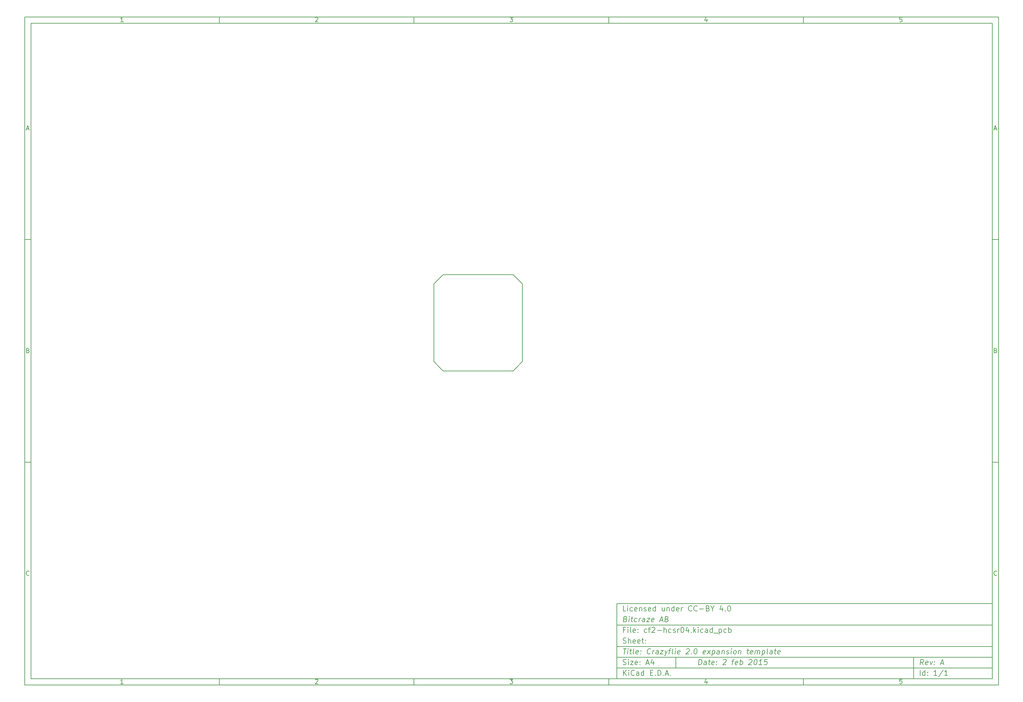
<source format=gbr>
G04 (created by PCBNEW (2013-may-18)-stable) date Mon 02 Feb 2015 22:45:10 CET*
%MOIN*%
G04 Gerber Fmt 3.4, Leading zero omitted, Abs format*
%FSLAX34Y34*%
G01*
G70*
G90*
G04 APERTURE LIST*
%ADD10C,0.00590551*%
G04 APERTURE END LIST*
G54D10*
X4000Y-4000D02*
X112930Y-4000D01*
X112930Y-78680D01*
X4000Y-78680D01*
X4000Y-4000D01*
X4700Y-4700D02*
X112230Y-4700D01*
X112230Y-77980D01*
X4700Y-77980D01*
X4700Y-4700D01*
X25780Y-4000D02*
X25780Y-4700D01*
X15032Y-4552D02*
X14747Y-4552D01*
X14890Y-4552D02*
X14890Y-4052D01*
X14842Y-4123D01*
X14794Y-4171D01*
X14747Y-4195D01*
X25780Y-78680D02*
X25780Y-77980D01*
X15032Y-78532D02*
X14747Y-78532D01*
X14890Y-78532D02*
X14890Y-78032D01*
X14842Y-78103D01*
X14794Y-78151D01*
X14747Y-78175D01*
X47560Y-4000D02*
X47560Y-4700D01*
X36527Y-4100D02*
X36550Y-4076D01*
X36598Y-4052D01*
X36717Y-4052D01*
X36765Y-4076D01*
X36789Y-4100D01*
X36812Y-4147D01*
X36812Y-4195D01*
X36789Y-4266D01*
X36503Y-4552D01*
X36812Y-4552D01*
X47560Y-78680D02*
X47560Y-77980D01*
X36527Y-78080D02*
X36550Y-78056D01*
X36598Y-78032D01*
X36717Y-78032D01*
X36765Y-78056D01*
X36789Y-78080D01*
X36812Y-78127D01*
X36812Y-78175D01*
X36789Y-78246D01*
X36503Y-78532D01*
X36812Y-78532D01*
X69340Y-4000D02*
X69340Y-4700D01*
X58283Y-4052D02*
X58592Y-4052D01*
X58426Y-4242D01*
X58497Y-4242D01*
X58545Y-4266D01*
X58569Y-4290D01*
X58592Y-4338D01*
X58592Y-4457D01*
X58569Y-4504D01*
X58545Y-4528D01*
X58497Y-4552D01*
X58354Y-4552D01*
X58307Y-4528D01*
X58283Y-4504D01*
X69340Y-78680D02*
X69340Y-77980D01*
X58283Y-78032D02*
X58592Y-78032D01*
X58426Y-78222D01*
X58497Y-78222D01*
X58545Y-78246D01*
X58569Y-78270D01*
X58592Y-78318D01*
X58592Y-78437D01*
X58569Y-78484D01*
X58545Y-78508D01*
X58497Y-78532D01*
X58354Y-78532D01*
X58307Y-78508D01*
X58283Y-78484D01*
X91120Y-4000D02*
X91120Y-4700D01*
X80325Y-4219D02*
X80325Y-4552D01*
X80206Y-4028D02*
X80087Y-4385D01*
X80396Y-4385D01*
X91120Y-78680D02*
X91120Y-77980D01*
X80325Y-78199D02*
X80325Y-78532D01*
X80206Y-78008D02*
X80087Y-78365D01*
X80396Y-78365D01*
X102129Y-4052D02*
X101890Y-4052D01*
X101867Y-4290D01*
X101890Y-4266D01*
X101938Y-4242D01*
X102057Y-4242D01*
X102105Y-4266D01*
X102129Y-4290D01*
X102152Y-4338D01*
X102152Y-4457D01*
X102129Y-4504D01*
X102105Y-4528D01*
X102057Y-4552D01*
X101938Y-4552D01*
X101890Y-4528D01*
X101867Y-4504D01*
X102129Y-78032D02*
X101890Y-78032D01*
X101867Y-78270D01*
X101890Y-78246D01*
X101938Y-78222D01*
X102057Y-78222D01*
X102105Y-78246D01*
X102129Y-78270D01*
X102152Y-78318D01*
X102152Y-78437D01*
X102129Y-78484D01*
X102105Y-78508D01*
X102057Y-78532D01*
X101938Y-78532D01*
X101890Y-78508D01*
X101867Y-78484D01*
X4000Y-28890D02*
X4700Y-28890D01*
X4230Y-16509D02*
X4469Y-16509D01*
X4183Y-16652D02*
X4350Y-16152D01*
X4516Y-16652D01*
X112930Y-28890D02*
X112230Y-28890D01*
X112460Y-16509D02*
X112699Y-16509D01*
X112413Y-16652D02*
X112580Y-16152D01*
X112746Y-16652D01*
X4000Y-53780D02*
X4700Y-53780D01*
X4385Y-41280D02*
X4457Y-41304D01*
X4480Y-41328D01*
X4504Y-41375D01*
X4504Y-41447D01*
X4480Y-41494D01*
X4457Y-41518D01*
X4409Y-41542D01*
X4219Y-41542D01*
X4219Y-41042D01*
X4385Y-41042D01*
X4433Y-41066D01*
X4457Y-41090D01*
X4480Y-41137D01*
X4480Y-41185D01*
X4457Y-41232D01*
X4433Y-41256D01*
X4385Y-41280D01*
X4219Y-41280D01*
X112930Y-53780D02*
X112230Y-53780D01*
X112615Y-41280D02*
X112687Y-41304D01*
X112710Y-41328D01*
X112734Y-41375D01*
X112734Y-41447D01*
X112710Y-41494D01*
X112687Y-41518D01*
X112639Y-41542D01*
X112449Y-41542D01*
X112449Y-41042D01*
X112615Y-41042D01*
X112663Y-41066D01*
X112687Y-41090D01*
X112710Y-41137D01*
X112710Y-41185D01*
X112687Y-41232D01*
X112663Y-41256D01*
X112615Y-41280D01*
X112449Y-41280D01*
X4504Y-66384D02*
X4480Y-66408D01*
X4409Y-66432D01*
X4361Y-66432D01*
X4290Y-66408D01*
X4242Y-66360D01*
X4219Y-66313D01*
X4195Y-66218D01*
X4195Y-66146D01*
X4219Y-66051D01*
X4242Y-66003D01*
X4290Y-65956D01*
X4361Y-65932D01*
X4409Y-65932D01*
X4480Y-65956D01*
X4504Y-65980D01*
X112734Y-66384D02*
X112710Y-66408D01*
X112639Y-66432D01*
X112591Y-66432D01*
X112520Y-66408D01*
X112472Y-66360D01*
X112449Y-66313D01*
X112425Y-66218D01*
X112425Y-66146D01*
X112449Y-66051D01*
X112472Y-66003D01*
X112520Y-65956D01*
X112591Y-65932D01*
X112639Y-65932D01*
X112710Y-65956D01*
X112734Y-65980D01*
X79380Y-76422D02*
X79455Y-75822D01*
X79597Y-75822D01*
X79680Y-75851D01*
X79730Y-75908D01*
X79751Y-75965D01*
X79765Y-76080D01*
X79755Y-76165D01*
X79712Y-76280D01*
X79676Y-76337D01*
X79612Y-76394D01*
X79522Y-76422D01*
X79380Y-76422D01*
X80237Y-76422D02*
X80276Y-76108D01*
X80255Y-76051D01*
X80201Y-76022D01*
X80087Y-76022D01*
X80026Y-76051D01*
X80240Y-76394D02*
X80180Y-76422D01*
X80037Y-76422D01*
X79983Y-76394D01*
X79962Y-76337D01*
X79969Y-76280D01*
X80005Y-76222D01*
X80065Y-76194D01*
X80208Y-76194D01*
X80269Y-76165D01*
X80487Y-76022D02*
X80715Y-76022D01*
X80597Y-75822D02*
X80533Y-76337D01*
X80555Y-76394D01*
X80608Y-76422D01*
X80665Y-76422D01*
X81097Y-76394D02*
X81037Y-76422D01*
X80922Y-76422D01*
X80869Y-76394D01*
X80847Y-76337D01*
X80876Y-76108D01*
X80912Y-76051D01*
X80972Y-76022D01*
X81087Y-76022D01*
X81140Y-76051D01*
X81162Y-76108D01*
X81155Y-76165D01*
X80862Y-76222D01*
X81387Y-76365D02*
X81412Y-76394D01*
X81380Y-76422D01*
X81355Y-76394D01*
X81387Y-76365D01*
X81380Y-76422D01*
X81426Y-76051D02*
X81451Y-76080D01*
X81419Y-76108D01*
X81394Y-76080D01*
X81426Y-76051D01*
X81419Y-76108D01*
X82162Y-75880D02*
X82194Y-75851D01*
X82255Y-75822D01*
X82397Y-75822D01*
X82451Y-75851D01*
X82476Y-75880D01*
X82497Y-75937D01*
X82490Y-75994D01*
X82451Y-76080D01*
X82065Y-76422D01*
X82437Y-76422D01*
X83115Y-76022D02*
X83344Y-76022D01*
X83151Y-76422D02*
X83215Y-75908D01*
X83251Y-75851D01*
X83312Y-75822D01*
X83369Y-75822D01*
X83726Y-76394D02*
X83665Y-76422D01*
X83551Y-76422D01*
X83497Y-76394D01*
X83476Y-76337D01*
X83505Y-76108D01*
X83540Y-76051D01*
X83601Y-76022D01*
X83715Y-76022D01*
X83769Y-76051D01*
X83790Y-76108D01*
X83783Y-76165D01*
X83490Y-76222D01*
X84008Y-76422D02*
X84083Y-75822D01*
X84055Y-76051D02*
X84115Y-76022D01*
X84230Y-76022D01*
X84283Y-76051D01*
X84308Y-76080D01*
X84330Y-76137D01*
X84308Y-76308D01*
X84272Y-76365D01*
X84240Y-76394D01*
X84180Y-76422D01*
X84065Y-76422D01*
X84012Y-76394D01*
X85047Y-75880D02*
X85080Y-75851D01*
X85140Y-75822D01*
X85283Y-75822D01*
X85337Y-75851D01*
X85362Y-75880D01*
X85383Y-75937D01*
X85376Y-75994D01*
X85337Y-76080D01*
X84951Y-76422D01*
X85322Y-76422D01*
X85769Y-75822D02*
X85826Y-75822D01*
X85880Y-75851D01*
X85905Y-75880D01*
X85926Y-75937D01*
X85940Y-76051D01*
X85922Y-76194D01*
X85880Y-76308D01*
X85844Y-76365D01*
X85812Y-76394D01*
X85751Y-76422D01*
X85694Y-76422D01*
X85640Y-76394D01*
X85615Y-76365D01*
X85594Y-76308D01*
X85580Y-76194D01*
X85597Y-76051D01*
X85640Y-75937D01*
X85676Y-75880D01*
X85708Y-75851D01*
X85769Y-75822D01*
X86465Y-76422D02*
X86122Y-76422D01*
X86294Y-76422D02*
X86369Y-75822D01*
X86301Y-75908D01*
X86237Y-75965D01*
X86176Y-75994D01*
X87083Y-75822D02*
X86797Y-75822D01*
X86733Y-76108D01*
X86765Y-76080D01*
X86826Y-76051D01*
X86969Y-76051D01*
X87022Y-76080D01*
X87047Y-76108D01*
X87069Y-76165D01*
X87051Y-76308D01*
X87015Y-76365D01*
X86983Y-76394D01*
X86922Y-76422D01*
X86780Y-76422D01*
X86726Y-76394D01*
X86701Y-76365D01*
X70972Y-77622D02*
X70972Y-77022D01*
X71315Y-77622D02*
X71058Y-77280D01*
X71315Y-77022D02*
X70972Y-77365D01*
X71572Y-77622D02*
X71572Y-77222D01*
X71572Y-77022D02*
X71544Y-77051D01*
X71572Y-77080D01*
X71601Y-77051D01*
X71572Y-77022D01*
X71572Y-77080D01*
X72201Y-77565D02*
X72172Y-77594D01*
X72087Y-77622D01*
X72030Y-77622D01*
X71944Y-77594D01*
X71887Y-77537D01*
X71858Y-77480D01*
X71830Y-77365D01*
X71830Y-77280D01*
X71858Y-77165D01*
X71887Y-77108D01*
X71944Y-77051D01*
X72030Y-77022D01*
X72087Y-77022D01*
X72172Y-77051D01*
X72201Y-77080D01*
X72715Y-77622D02*
X72715Y-77308D01*
X72687Y-77251D01*
X72630Y-77222D01*
X72515Y-77222D01*
X72458Y-77251D01*
X72715Y-77594D02*
X72658Y-77622D01*
X72515Y-77622D01*
X72458Y-77594D01*
X72430Y-77537D01*
X72430Y-77480D01*
X72458Y-77422D01*
X72515Y-77394D01*
X72658Y-77394D01*
X72715Y-77365D01*
X73258Y-77622D02*
X73258Y-77022D01*
X73258Y-77594D02*
X73201Y-77622D01*
X73087Y-77622D01*
X73030Y-77594D01*
X73001Y-77565D01*
X72972Y-77508D01*
X72972Y-77337D01*
X73001Y-77280D01*
X73030Y-77251D01*
X73087Y-77222D01*
X73201Y-77222D01*
X73258Y-77251D01*
X74001Y-77308D02*
X74201Y-77308D01*
X74287Y-77622D02*
X74001Y-77622D01*
X74001Y-77022D01*
X74287Y-77022D01*
X74544Y-77565D02*
X74572Y-77594D01*
X74544Y-77622D01*
X74515Y-77594D01*
X74544Y-77565D01*
X74544Y-77622D01*
X74829Y-77622D02*
X74829Y-77022D01*
X74972Y-77022D01*
X75058Y-77051D01*
X75115Y-77108D01*
X75144Y-77165D01*
X75172Y-77280D01*
X75172Y-77365D01*
X75144Y-77480D01*
X75115Y-77537D01*
X75058Y-77594D01*
X74972Y-77622D01*
X74829Y-77622D01*
X75429Y-77565D02*
X75458Y-77594D01*
X75429Y-77622D01*
X75401Y-77594D01*
X75429Y-77565D01*
X75429Y-77622D01*
X75687Y-77451D02*
X75972Y-77451D01*
X75629Y-77622D02*
X75829Y-77022D01*
X76029Y-77622D01*
X76229Y-77565D02*
X76258Y-77594D01*
X76229Y-77622D01*
X76201Y-77594D01*
X76229Y-77565D01*
X76229Y-77622D01*
X104522Y-76422D02*
X104358Y-76137D01*
X104180Y-76422D02*
X104255Y-75822D01*
X104483Y-75822D01*
X104537Y-75851D01*
X104562Y-75880D01*
X104583Y-75937D01*
X104572Y-76022D01*
X104537Y-76080D01*
X104505Y-76108D01*
X104444Y-76137D01*
X104215Y-76137D01*
X105012Y-76394D02*
X104951Y-76422D01*
X104837Y-76422D01*
X104783Y-76394D01*
X104762Y-76337D01*
X104790Y-76108D01*
X104826Y-76051D01*
X104887Y-76022D01*
X105001Y-76022D01*
X105055Y-76051D01*
X105076Y-76108D01*
X105069Y-76165D01*
X104776Y-76222D01*
X105287Y-76022D02*
X105380Y-76422D01*
X105572Y-76022D01*
X105758Y-76365D02*
X105783Y-76394D01*
X105751Y-76422D01*
X105726Y-76394D01*
X105758Y-76365D01*
X105751Y-76422D01*
X105797Y-76051D02*
X105822Y-76080D01*
X105790Y-76108D01*
X105765Y-76080D01*
X105797Y-76051D01*
X105790Y-76108D01*
X106487Y-76251D02*
X106772Y-76251D01*
X106408Y-76422D02*
X106683Y-75822D01*
X106808Y-76422D01*
X70944Y-76394D02*
X71030Y-76422D01*
X71172Y-76422D01*
X71230Y-76394D01*
X71258Y-76365D01*
X71287Y-76308D01*
X71287Y-76251D01*
X71258Y-76194D01*
X71230Y-76165D01*
X71172Y-76137D01*
X71058Y-76108D01*
X71001Y-76080D01*
X70972Y-76051D01*
X70944Y-75994D01*
X70944Y-75937D01*
X70972Y-75880D01*
X71001Y-75851D01*
X71058Y-75822D01*
X71201Y-75822D01*
X71287Y-75851D01*
X71544Y-76422D02*
X71544Y-76022D01*
X71544Y-75822D02*
X71515Y-75851D01*
X71544Y-75880D01*
X71572Y-75851D01*
X71544Y-75822D01*
X71544Y-75880D01*
X71772Y-76022D02*
X72087Y-76022D01*
X71772Y-76422D01*
X72087Y-76422D01*
X72544Y-76394D02*
X72487Y-76422D01*
X72372Y-76422D01*
X72315Y-76394D01*
X72287Y-76337D01*
X72287Y-76108D01*
X72315Y-76051D01*
X72372Y-76022D01*
X72487Y-76022D01*
X72544Y-76051D01*
X72572Y-76108D01*
X72572Y-76165D01*
X72287Y-76222D01*
X72830Y-76365D02*
X72858Y-76394D01*
X72830Y-76422D01*
X72801Y-76394D01*
X72830Y-76365D01*
X72830Y-76422D01*
X72830Y-76051D02*
X72858Y-76080D01*
X72830Y-76108D01*
X72801Y-76080D01*
X72830Y-76051D01*
X72830Y-76108D01*
X73544Y-76251D02*
X73830Y-76251D01*
X73487Y-76422D02*
X73687Y-75822D01*
X73887Y-76422D01*
X74344Y-76022D02*
X74344Y-76422D01*
X74201Y-75794D02*
X74058Y-76222D01*
X74430Y-76222D01*
X104172Y-77622D02*
X104172Y-77022D01*
X104715Y-77622D02*
X104715Y-77022D01*
X104715Y-77594D02*
X104658Y-77622D01*
X104544Y-77622D01*
X104487Y-77594D01*
X104458Y-77565D01*
X104430Y-77508D01*
X104430Y-77337D01*
X104458Y-77280D01*
X104487Y-77251D01*
X104544Y-77222D01*
X104658Y-77222D01*
X104715Y-77251D01*
X105001Y-77565D02*
X105030Y-77594D01*
X105001Y-77622D01*
X104972Y-77594D01*
X105001Y-77565D01*
X105001Y-77622D01*
X105001Y-77251D02*
X105030Y-77280D01*
X105001Y-77308D01*
X104972Y-77280D01*
X105001Y-77251D01*
X105001Y-77308D01*
X106058Y-77622D02*
X105715Y-77622D01*
X105887Y-77622D02*
X105887Y-77022D01*
X105829Y-77108D01*
X105772Y-77165D01*
X105715Y-77194D01*
X106744Y-76994D02*
X106230Y-77765D01*
X107258Y-77622D02*
X106915Y-77622D01*
X107087Y-77622D02*
X107087Y-77022D01*
X107029Y-77108D01*
X106972Y-77165D01*
X106915Y-77194D01*
X70969Y-74622D02*
X71312Y-74622D01*
X71065Y-75222D02*
X71140Y-74622D01*
X71437Y-75222D02*
X71487Y-74822D01*
X71512Y-74622D02*
X71480Y-74651D01*
X71505Y-74680D01*
X71537Y-74651D01*
X71512Y-74622D01*
X71505Y-74680D01*
X71687Y-74822D02*
X71915Y-74822D01*
X71797Y-74622D02*
X71733Y-75137D01*
X71755Y-75194D01*
X71808Y-75222D01*
X71865Y-75222D01*
X72151Y-75222D02*
X72097Y-75194D01*
X72076Y-75137D01*
X72140Y-74622D01*
X72612Y-75194D02*
X72551Y-75222D01*
X72437Y-75222D01*
X72383Y-75194D01*
X72362Y-75137D01*
X72390Y-74908D01*
X72426Y-74851D01*
X72487Y-74822D01*
X72601Y-74822D01*
X72655Y-74851D01*
X72676Y-74908D01*
X72669Y-74965D01*
X72376Y-75022D01*
X72901Y-75165D02*
X72926Y-75194D01*
X72894Y-75222D01*
X72869Y-75194D01*
X72901Y-75165D01*
X72894Y-75222D01*
X72940Y-74851D02*
X72965Y-74880D01*
X72933Y-74908D01*
X72908Y-74880D01*
X72940Y-74851D01*
X72933Y-74908D01*
X73987Y-75165D02*
X73955Y-75194D01*
X73865Y-75222D01*
X73808Y-75222D01*
X73726Y-75194D01*
X73676Y-75137D01*
X73655Y-75080D01*
X73640Y-74965D01*
X73651Y-74880D01*
X73694Y-74765D01*
X73730Y-74708D01*
X73794Y-74651D01*
X73883Y-74622D01*
X73940Y-74622D01*
X74022Y-74651D01*
X74047Y-74680D01*
X74237Y-75222D02*
X74287Y-74822D01*
X74272Y-74937D02*
X74308Y-74880D01*
X74340Y-74851D01*
X74401Y-74822D01*
X74458Y-74822D01*
X74865Y-75222D02*
X74905Y-74908D01*
X74883Y-74851D01*
X74830Y-74822D01*
X74715Y-74822D01*
X74655Y-74851D01*
X74869Y-75194D02*
X74808Y-75222D01*
X74665Y-75222D01*
X74612Y-75194D01*
X74590Y-75137D01*
X74597Y-75080D01*
X74633Y-75022D01*
X74694Y-74994D01*
X74837Y-74994D01*
X74897Y-74965D01*
X75144Y-74822D02*
X75458Y-74822D01*
X75094Y-75222D01*
X75408Y-75222D01*
X75630Y-74822D02*
X75722Y-75222D01*
X75915Y-74822D02*
X75722Y-75222D01*
X75647Y-75365D01*
X75615Y-75394D01*
X75555Y-75422D01*
X76058Y-74822D02*
X76287Y-74822D01*
X76094Y-75222D02*
X76158Y-74708D01*
X76194Y-74651D01*
X76255Y-74622D01*
X76312Y-74622D01*
X76522Y-75222D02*
X76469Y-75194D01*
X76447Y-75137D01*
X76512Y-74622D01*
X76751Y-75222D02*
X76801Y-74822D01*
X76826Y-74622D02*
X76794Y-74651D01*
X76819Y-74680D01*
X76851Y-74651D01*
X76826Y-74622D01*
X76819Y-74680D01*
X77269Y-75194D02*
X77208Y-75222D01*
X77094Y-75222D01*
X77040Y-75194D01*
X77019Y-75137D01*
X77047Y-74908D01*
X77083Y-74851D01*
X77144Y-74822D01*
X77258Y-74822D01*
X77312Y-74851D01*
X77333Y-74908D01*
X77326Y-74965D01*
X77033Y-75022D01*
X78047Y-74680D02*
X78080Y-74651D01*
X78140Y-74622D01*
X78283Y-74622D01*
X78337Y-74651D01*
X78362Y-74680D01*
X78383Y-74737D01*
X78376Y-74794D01*
X78337Y-74880D01*
X77951Y-75222D01*
X78322Y-75222D01*
X78587Y-75165D02*
X78612Y-75194D01*
X78580Y-75222D01*
X78555Y-75194D01*
X78587Y-75165D01*
X78580Y-75222D01*
X79055Y-74622D02*
X79112Y-74622D01*
X79165Y-74651D01*
X79190Y-74680D01*
X79212Y-74737D01*
X79226Y-74851D01*
X79208Y-74994D01*
X79165Y-75108D01*
X79130Y-75165D01*
X79097Y-75194D01*
X79037Y-75222D01*
X78980Y-75222D01*
X78926Y-75194D01*
X78901Y-75165D01*
X78880Y-75108D01*
X78865Y-74994D01*
X78883Y-74851D01*
X78926Y-74737D01*
X78962Y-74680D01*
X78994Y-74651D01*
X79055Y-74622D01*
X80126Y-75194D02*
X80065Y-75222D01*
X79951Y-75222D01*
X79897Y-75194D01*
X79876Y-75137D01*
X79905Y-74908D01*
X79940Y-74851D01*
X80001Y-74822D01*
X80115Y-74822D01*
X80169Y-74851D01*
X80190Y-74908D01*
X80183Y-74965D01*
X79890Y-75022D01*
X80351Y-75222D02*
X80715Y-74822D01*
X80401Y-74822D02*
X80665Y-75222D01*
X80944Y-74822D02*
X80869Y-75422D01*
X80940Y-74851D02*
X81001Y-74822D01*
X81115Y-74822D01*
X81169Y-74851D01*
X81194Y-74880D01*
X81215Y-74937D01*
X81194Y-75108D01*
X81158Y-75165D01*
X81126Y-75194D01*
X81065Y-75222D01*
X80951Y-75222D01*
X80897Y-75194D01*
X81694Y-75222D02*
X81733Y-74908D01*
X81712Y-74851D01*
X81658Y-74822D01*
X81544Y-74822D01*
X81483Y-74851D01*
X81697Y-75194D02*
X81637Y-75222D01*
X81494Y-75222D01*
X81440Y-75194D01*
X81419Y-75137D01*
X81426Y-75080D01*
X81462Y-75022D01*
X81522Y-74994D01*
X81665Y-74994D01*
X81726Y-74965D01*
X82030Y-74822D02*
X81980Y-75222D01*
X82022Y-74880D02*
X82055Y-74851D01*
X82115Y-74822D01*
X82201Y-74822D01*
X82255Y-74851D01*
X82276Y-74908D01*
X82237Y-75222D01*
X82497Y-75194D02*
X82551Y-75222D01*
X82665Y-75222D01*
X82726Y-75194D01*
X82762Y-75137D01*
X82765Y-75108D01*
X82744Y-75051D01*
X82690Y-75022D01*
X82605Y-75022D01*
X82551Y-74994D01*
X82530Y-74937D01*
X82533Y-74908D01*
X82569Y-74851D01*
X82630Y-74822D01*
X82715Y-74822D01*
X82769Y-74851D01*
X83008Y-75222D02*
X83058Y-74822D01*
X83083Y-74622D02*
X83051Y-74651D01*
X83076Y-74680D01*
X83108Y-74651D01*
X83083Y-74622D01*
X83076Y-74680D01*
X83380Y-75222D02*
X83326Y-75194D01*
X83301Y-75165D01*
X83280Y-75108D01*
X83301Y-74937D01*
X83337Y-74880D01*
X83369Y-74851D01*
X83430Y-74822D01*
X83515Y-74822D01*
X83569Y-74851D01*
X83594Y-74880D01*
X83615Y-74937D01*
X83594Y-75108D01*
X83558Y-75165D01*
X83526Y-75194D01*
X83465Y-75222D01*
X83380Y-75222D01*
X83887Y-74822D02*
X83837Y-75222D01*
X83880Y-74880D02*
X83912Y-74851D01*
X83972Y-74822D01*
X84058Y-74822D01*
X84112Y-74851D01*
X84133Y-74908D01*
X84094Y-75222D01*
X84801Y-74822D02*
X85030Y-74822D01*
X84912Y-74622D02*
X84847Y-75137D01*
X84869Y-75194D01*
X84922Y-75222D01*
X84980Y-75222D01*
X85412Y-75194D02*
X85351Y-75222D01*
X85237Y-75222D01*
X85183Y-75194D01*
X85162Y-75137D01*
X85190Y-74908D01*
X85226Y-74851D01*
X85287Y-74822D01*
X85401Y-74822D01*
X85455Y-74851D01*
X85476Y-74908D01*
X85469Y-74965D01*
X85176Y-75022D01*
X85694Y-75222D02*
X85744Y-74822D01*
X85737Y-74880D02*
X85769Y-74851D01*
X85830Y-74822D01*
X85915Y-74822D01*
X85969Y-74851D01*
X85990Y-74908D01*
X85951Y-75222D01*
X85990Y-74908D02*
X86026Y-74851D01*
X86087Y-74822D01*
X86172Y-74822D01*
X86226Y-74851D01*
X86247Y-74908D01*
X86208Y-75222D01*
X86544Y-74822D02*
X86469Y-75422D01*
X86540Y-74851D02*
X86601Y-74822D01*
X86715Y-74822D01*
X86769Y-74851D01*
X86794Y-74880D01*
X86815Y-74937D01*
X86794Y-75108D01*
X86758Y-75165D01*
X86726Y-75194D01*
X86665Y-75222D01*
X86551Y-75222D01*
X86497Y-75194D01*
X87122Y-75222D02*
X87069Y-75194D01*
X87047Y-75137D01*
X87112Y-74622D01*
X87608Y-75222D02*
X87647Y-74908D01*
X87626Y-74851D01*
X87572Y-74822D01*
X87458Y-74822D01*
X87397Y-74851D01*
X87612Y-75194D02*
X87551Y-75222D01*
X87408Y-75222D01*
X87355Y-75194D01*
X87333Y-75137D01*
X87340Y-75080D01*
X87376Y-75022D01*
X87437Y-74994D01*
X87580Y-74994D01*
X87640Y-74965D01*
X87858Y-74822D02*
X88087Y-74822D01*
X87969Y-74622D02*
X87905Y-75137D01*
X87926Y-75194D01*
X87980Y-75222D01*
X88037Y-75222D01*
X88469Y-75194D02*
X88408Y-75222D01*
X88294Y-75222D01*
X88240Y-75194D01*
X88219Y-75137D01*
X88247Y-74908D01*
X88283Y-74851D01*
X88344Y-74822D01*
X88458Y-74822D01*
X88512Y-74851D01*
X88533Y-74908D01*
X88526Y-74965D01*
X88233Y-75022D01*
X71172Y-72508D02*
X70972Y-72508D01*
X70972Y-72822D02*
X70972Y-72222D01*
X71258Y-72222D01*
X71487Y-72822D02*
X71487Y-72422D01*
X71487Y-72222D02*
X71458Y-72251D01*
X71487Y-72280D01*
X71515Y-72251D01*
X71487Y-72222D01*
X71487Y-72280D01*
X71858Y-72822D02*
X71801Y-72794D01*
X71772Y-72737D01*
X71772Y-72222D01*
X72315Y-72794D02*
X72258Y-72822D01*
X72144Y-72822D01*
X72087Y-72794D01*
X72058Y-72737D01*
X72058Y-72508D01*
X72087Y-72451D01*
X72144Y-72422D01*
X72258Y-72422D01*
X72315Y-72451D01*
X72344Y-72508D01*
X72344Y-72565D01*
X72058Y-72622D01*
X72601Y-72765D02*
X72630Y-72794D01*
X72601Y-72822D01*
X72572Y-72794D01*
X72601Y-72765D01*
X72601Y-72822D01*
X72601Y-72451D02*
X72630Y-72480D01*
X72601Y-72508D01*
X72572Y-72480D01*
X72601Y-72451D01*
X72601Y-72508D01*
X73601Y-72794D02*
X73544Y-72822D01*
X73430Y-72822D01*
X73372Y-72794D01*
X73344Y-72765D01*
X73315Y-72708D01*
X73315Y-72537D01*
X73344Y-72480D01*
X73372Y-72451D01*
X73430Y-72422D01*
X73544Y-72422D01*
X73601Y-72451D01*
X73772Y-72422D02*
X74001Y-72422D01*
X73858Y-72822D02*
X73858Y-72308D01*
X73887Y-72251D01*
X73944Y-72222D01*
X74001Y-72222D01*
X74172Y-72280D02*
X74201Y-72251D01*
X74258Y-72222D01*
X74401Y-72222D01*
X74458Y-72251D01*
X74487Y-72280D01*
X74515Y-72337D01*
X74515Y-72394D01*
X74487Y-72480D01*
X74144Y-72822D01*
X74515Y-72822D01*
X74772Y-72594D02*
X75230Y-72594D01*
X75515Y-72822D02*
X75515Y-72222D01*
X75772Y-72822D02*
X75772Y-72508D01*
X75744Y-72451D01*
X75687Y-72422D01*
X75601Y-72422D01*
X75544Y-72451D01*
X75515Y-72480D01*
X76315Y-72794D02*
X76258Y-72822D01*
X76144Y-72822D01*
X76087Y-72794D01*
X76058Y-72765D01*
X76030Y-72708D01*
X76030Y-72537D01*
X76058Y-72480D01*
X76087Y-72451D01*
X76144Y-72422D01*
X76258Y-72422D01*
X76315Y-72451D01*
X76544Y-72794D02*
X76601Y-72822D01*
X76715Y-72822D01*
X76772Y-72794D01*
X76801Y-72737D01*
X76801Y-72708D01*
X76772Y-72651D01*
X76715Y-72622D01*
X76630Y-72622D01*
X76572Y-72594D01*
X76544Y-72537D01*
X76544Y-72508D01*
X76572Y-72451D01*
X76630Y-72422D01*
X76715Y-72422D01*
X76772Y-72451D01*
X77058Y-72822D02*
X77058Y-72422D01*
X77058Y-72537D02*
X77087Y-72480D01*
X77115Y-72451D01*
X77172Y-72422D01*
X77230Y-72422D01*
X77544Y-72222D02*
X77601Y-72222D01*
X77658Y-72251D01*
X77687Y-72280D01*
X77715Y-72337D01*
X77744Y-72451D01*
X77744Y-72594D01*
X77715Y-72708D01*
X77687Y-72765D01*
X77658Y-72794D01*
X77601Y-72822D01*
X77544Y-72822D01*
X77487Y-72794D01*
X77458Y-72765D01*
X77430Y-72708D01*
X77401Y-72594D01*
X77401Y-72451D01*
X77430Y-72337D01*
X77458Y-72280D01*
X77487Y-72251D01*
X77544Y-72222D01*
X78258Y-72422D02*
X78258Y-72822D01*
X78115Y-72194D02*
X77972Y-72622D01*
X78344Y-72622D01*
X78572Y-72765D02*
X78601Y-72794D01*
X78572Y-72822D01*
X78544Y-72794D01*
X78572Y-72765D01*
X78572Y-72822D01*
X78858Y-72822D02*
X78858Y-72222D01*
X78915Y-72594D02*
X79087Y-72822D01*
X79087Y-72422D02*
X78858Y-72651D01*
X79344Y-72822D02*
X79344Y-72422D01*
X79344Y-72222D02*
X79315Y-72251D01*
X79344Y-72280D01*
X79372Y-72251D01*
X79344Y-72222D01*
X79344Y-72280D01*
X79887Y-72794D02*
X79830Y-72822D01*
X79715Y-72822D01*
X79658Y-72794D01*
X79630Y-72765D01*
X79601Y-72708D01*
X79601Y-72537D01*
X79630Y-72480D01*
X79658Y-72451D01*
X79715Y-72422D01*
X79830Y-72422D01*
X79887Y-72451D01*
X80401Y-72822D02*
X80401Y-72508D01*
X80372Y-72451D01*
X80315Y-72422D01*
X80201Y-72422D01*
X80144Y-72451D01*
X80401Y-72794D02*
X80344Y-72822D01*
X80201Y-72822D01*
X80144Y-72794D01*
X80115Y-72737D01*
X80115Y-72680D01*
X80144Y-72622D01*
X80201Y-72594D01*
X80344Y-72594D01*
X80401Y-72565D01*
X80944Y-72822D02*
X80944Y-72222D01*
X80944Y-72794D02*
X80887Y-72822D01*
X80772Y-72822D01*
X80715Y-72794D01*
X80687Y-72765D01*
X80658Y-72708D01*
X80658Y-72537D01*
X80687Y-72480D01*
X80715Y-72451D01*
X80772Y-72422D01*
X80887Y-72422D01*
X80944Y-72451D01*
X81087Y-72880D02*
X81544Y-72880D01*
X81687Y-72422D02*
X81687Y-73022D01*
X81687Y-72451D02*
X81744Y-72422D01*
X81858Y-72422D01*
X81915Y-72451D01*
X81944Y-72480D01*
X81972Y-72537D01*
X81972Y-72708D01*
X81944Y-72765D01*
X81915Y-72794D01*
X81858Y-72822D01*
X81744Y-72822D01*
X81687Y-72794D01*
X82487Y-72794D02*
X82430Y-72822D01*
X82315Y-72822D01*
X82258Y-72794D01*
X82230Y-72765D01*
X82201Y-72708D01*
X82201Y-72537D01*
X82230Y-72480D01*
X82258Y-72451D01*
X82315Y-72422D01*
X82430Y-72422D01*
X82487Y-72451D01*
X82744Y-72822D02*
X82744Y-72222D01*
X82744Y-72451D02*
X82801Y-72422D01*
X82915Y-72422D01*
X82972Y-72451D01*
X83001Y-72480D01*
X83030Y-72537D01*
X83030Y-72708D01*
X83001Y-72765D01*
X82972Y-72794D01*
X82915Y-72822D01*
X82801Y-72822D01*
X82744Y-72794D01*
X70944Y-73994D02*
X71030Y-74022D01*
X71172Y-74022D01*
X71230Y-73994D01*
X71258Y-73965D01*
X71287Y-73908D01*
X71287Y-73851D01*
X71258Y-73794D01*
X71230Y-73765D01*
X71172Y-73737D01*
X71058Y-73708D01*
X71001Y-73680D01*
X70972Y-73651D01*
X70944Y-73594D01*
X70944Y-73537D01*
X70972Y-73480D01*
X71001Y-73451D01*
X71058Y-73422D01*
X71201Y-73422D01*
X71287Y-73451D01*
X71544Y-74022D02*
X71544Y-73422D01*
X71801Y-74022D02*
X71801Y-73708D01*
X71772Y-73651D01*
X71715Y-73622D01*
X71630Y-73622D01*
X71572Y-73651D01*
X71544Y-73680D01*
X72315Y-73994D02*
X72258Y-74022D01*
X72144Y-74022D01*
X72087Y-73994D01*
X72058Y-73937D01*
X72058Y-73708D01*
X72087Y-73651D01*
X72144Y-73622D01*
X72258Y-73622D01*
X72315Y-73651D01*
X72344Y-73708D01*
X72344Y-73765D01*
X72058Y-73822D01*
X72830Y-73994D02*
X72772Y-74022D01*
X72658Y-74022D01*
X72601Y-73994D01*
X72572Y-73937D01*
X72572Y-73708D01*
X72601Y-73651D01*
X72658Y-73622D01*
X72772Y-73622D01*
X72830Y-73651D01*
X72858Y-73708D01*
X72858Y-73765D01*
X72572Y-73822D01*
X73030Y-73622D02*
X73258Y-73622D01*
X73115Y-73422D02*
X73115Y-73937D01*
X73144Y-73994D01*
X73201Y-74022D01*
X73258Y-74022D01*
X73458Y-73965D02*
X73487Y-73994D01*
X73458Y-74022D01*
X73430Y-73994D01*
X73458Y-73965D01*
X73458Y-74022D01*
X73458Y-73651D02*
X73487Y-73680D01*
X73458Y-73708D01*
X73430Y-73680D01*
X73458Y-73651D01*
X73458Y-73708D01*
X71219Y-71308D02*
X71301Y-71337D01*
X71326Y-71365D01*
X71347Y-71422D01*
X71337Y-71508D01*
X71301Y-71565D01*
X71269Y-71594D01*
X71208Y-71622D01*
X70980Y-71622D01*
X71055Y-71022D01*
X71255Y-71022D01*
X71308Y-71051D01*
X71333Y-71080D01*
X71355Y-71137D01*
X71347Y-71194D01*
X71312Y-71251D01*
X71280Y-71280D01*
X71219Y-71308D01*
X71019Y-71308D01*
X71580Y-71622D02*
X71630Y-71222D01*
X71655Y-71022D02*
X71622Y-71051D01*
X71647Y-71080D01*
X71680Y-71051D01*
X71655Y-71022D01*
X71647Y-71080D01*
X71830Y-71222D02*
X72058Y-71222D01*
X71940Y-71022D02*
X71876Y-71537D01*
X71897Y-71594D01*
X71951Y-71622D01*
X72008Y-71622D01*
X72469Y-71594D02*
X72408Y-71622D01*
X72294Y-71622D01*
X72240Y-71594D01*
X72215Y-71565D01*
X72194Y-71508D01*
X72215Y-71337D01*
X72251Y-71280D01*
X72283Y-71251D01*
X72344Y-71222D01*
X72458Y-71222D01*
X72512Y-71251D01*
X72722Y-71622D02*
X72772Y-71222D01*
X72758Y-71337D02*
X72794Y-71280D01*
X72826Y-71251D01*
X72887Y-71222D01*
X72944Y-71222D01*
X73351Y-71622D02*
X73390Y-71308D01*
X73369Y-71251D01*
X73315Y-71222D01*
X73201Y-71222D01*
X73140Y-71251D01*
X73355Y-71594D02*
X73294Y-71622D01*
X73151Y-71622D01*
X73097Y-71594D01*
X73076Y-71537D01*
X73083Y-71480D01*
X73119Y-71422D01*
X73180Y-71394D01*
X73322Y-71394D01*
X73383Y-71365D01*
X73630Y-71222D02*
X73944Y-71222D01*
X73580Y-71622D01*
X73894Y-71622D01*
X74355Y-71594D02*
X74294Y-71622D01*
X74180Y-71622D01*
X74126Y-71594D01*
X74105Y-71537D01*
X74133Y-71308D01*
X74169Y-71251D01*
X74230Y-71222D01*
X74344Y-71222D01*
X74397Y-71251D01*
X74419Y-71308D01*
X74412Y-71365D01*
X74119Y-71422D01*
X75087Y-71451D02*
X75372Y-71451D01*
X75008Y-71622D02*
X75283Y-71022D01*
X75408Y-71622D01*
X75847Y-71308D02*
X75930Y-71337D01*
X75955Y-71365D01*
X75976Y-71422D01*
X75965Y-71508D01*
X75930Y-71565D01*
X75897Y-71594D01*
X75837Y-71622D01*
X75608Y-71622D01*
X75683Y-71022D01*
X75883Y-71022D01*
X75937Y-71051D01*
X75962Y-71080D01*
X75983Y-71137D01*
X75976Y-71194D01*
X75940Y-71251D01*
X75908Y-71280D01*
X75847Y-71308D01*
X75647Y-71308D01*
X71258Y-70422D02*
X70972Y-70422D01*
X70972Y-69822D01*
X71458Y-70422D02*
X71458Y-70022D01*
X71458Y-69822D02*
X71430Y-69851D01*
X71458Y-69880D01*
X71487Y-69851D01*
X71458Y-69822D01*
X71458Y-69880D01*
X72001Y-70394D02*
X71944Y-70422D01*
X71829Y-70422D01*
X71772Y-70394D01*
X71744Y-70365D01*
X71715Y-70308D01*
X71715Y-70137D01*
X71744Y-70080D01*
X71772Y-70051D01*
X71829Y-70022D01*
X71944Y-70022D01*
X72001Y-70051D01*
X72487Y-70394D02*
X72430Y-70422D01*
X72315Y-70422D01*
X72258Y-70394D01*
X72230Y-70337D01*
X72230Y-70108D01*
X72258Y-70051D01*
X72315Y-70022D01*
X72430Y-70022D01*
X72487Y-70051D01*
X72515Y-70108D01*
X72515Y-70165D01*
X72230Y-70222D01*
X72772Y-70022D02*
X72772Y-70422D01*
X72772Y-70080D02*
X72801Y-70051D01*
X72858Y-70022D01*
X72944Y-70022D01*
X73001Y-70051D01*
X73030Y-70108D01*
X73030Y-70422D01*
X73287Y-70394D02*
X73344Y-70422D01*
X73458Y-70422D01*
X73515Y-70394D01*
X73544Y-70337D01*
X73544Y-70308D01*
X73515Y-70251D01*
X73458Y-70222D01*
X73372Y-70222D01*
X73315Y-70194D01*
X73287Y-70137D01*
X73287Y-70108D01*
X73315Y-70051D01*
X73372Y-70022D01*
X73458Y-70022D01*
X73515Y-70051D01*
X74030Y-70394D02*
X73972Y-70422D01*
X73858Y-70422D01*
X73801Y-70394D01*
X73772Y-70337D01*
X73772Y-70108D01*
X73801Y-70051D01*
X73858Y-70022D01*
X73972Y-70022D01*
X74030Y-70051D01*
X74058Y-70108D01*
X74058Y-70165D01*
X73772Y-70222D01*
X74572Y-70422D02*
X74572Y-69822D01*
X74572Y-70394D02*
X74515Y-70422D01*
X74401Y-70422D01*
X74344Y-70394D01*
X74315Y-70365D01*
X74287Y-70308D01*
X74287Y-70137D01*
X74315Y-70080D01*
X74344Y-70051D01*
X74401Y-70022D01*
X74515Y-70022D01*
X74572Y-70051D01*
X75572Y-70022D02*
X75572Y-70422D01*
X75315Y-70022D02*
X75315Y-70337D01*
X75344Y-70394D01*
X75401Y-70422D01*
X75487Y-70422D01*
X75544Y-70394D01*
X75572Y-70365D01*
X75858Y-70022D02*
X75858Y-70422D01*
X75858Y-70080D02*
X75887Y-70051D01*
X75944Y-70022D01*
X76030Y-70022D01*
X76087Y-70051D01*
X76115Y-70108D01*
X76115Y-70422D01*
X76658Y-70422D02*
X76658Y-69822D01*
X76658Y-70394D02*
X76601Y-70422D01*
X76487Y-70422D01*
X76430Y-70394D01*
X76401Y-70365D01*
X76372Y-70308D01*
X76372Y-70137D01*
X76401Y-70080D01*
X76430Y-70051D01*
X76487Y-70022D01*
X76601Y-70022D01*
X76658Y-70051D01*
X77172Y-70394D02*
X77115Y-70422D01*
X77001Y-70422D01*
X76944Y-70394D01*
X76915Y-70337D01*
X76915Y-70108D01*
X76944Y-70051D01*
X77001Y-70022D01*
X77115Y-70022D01*
X77172Y-70051D01*
X77201Y-70108D01*
X77201Y-70165D01*
X76915Y-70222D01*
X77458Y-70422D02*
X77458Y-70022D01*
X77458Y-70137D02*
X77487Y-70080D01*
X77515Y-70051D01*
X77572Y-70022D01*
X77630Y-70022D01*
X78630Y-70365D02*
X78601Y-70394D01*
X78515Y-70422D01*
X78458Y-70422D01*
X78372Y-70394D01*
X78315Y-70337D01*
X78287Y-70280D01*
X78258Y-70165D01*
X78258Y-70080D01*
X78287Y-69965D01*
X78315Y-69908D01*
X78372Y-69851D01*
X78458Y-69822D01*
X78515Y-69822D01*
X78601Y-69851D01*
X78630Y-69880D01*
X79230Y-70365D02*
X79201Y-70394D01*
X79115Y-70422D01*
X79058Y-70422D01*
X78972Y-70394D01*
X78915Y-70337D01*
X78887Y-70280D01*
X78858Y-70165D01*
X78858Y-70080D01*
X78887Y-69965D01*
X78915Y-69908D01*
X78972Y-69851D01*
X79058Y-69822D01*
X79115Y-69822D01*
X79201Y-69851D01*
X79230Y-69880D01*
X79487Y-70194D02*
X79944Y-70194D01*
X80430Y-70108D02*
X80515Y-70137D01*
X80544Y-70165D01*
X80572Y-70222D01*
X80572Y-70308D01*
X80544Y-70365D01*
X80515Y-70394D01*
X80458Y-70422D01*
X80230Y-70422D01*
X80230Y-69822D01*
X80430Y-69822D01*
X80487Y-69851D01*
X80515Y-69880D01*
X80544Y-69937D01*
X80544Y-69994D01*
X80515Y-70051D01*
X80487Y-70080D01*
X80430Y-70108D01*
X80230Y-70108D01*
X80944Y-70137D02*
X80944Y-70422D01*
X80744Y-69822D02*
X80944Y-70137D01*
X81144Y-69822D01*
X82058Y-70022D02*
X82058Y-70422D01*
X81915Y-69794D02*
X81772Y-70222D01*
X82144Y-70222D01*
X82372Y-70365D02*
X82401Y-70394D01*
X82372Y-70422D01*
X82344Y-70394D01*
X82372Y-70365D01*
X82372Y-70422D01*
X82772Y-69822D02*
X82830Y-69822D01*
X82887Y-69851D01*
X82915Y-69880D01*
X82944Y-69937D01*
X82972Y-70051D01*
X82972Y-70194D01*
X82944Y-70308D01*
X82915Y-70365D01*
X82887Y-70394D01*
X82830Y-70422D01*
X82772Y-70422D01*
X82715Y-70394D01*
X82687Y-70365D01*
X82658Y-70308D01*
X82630Y-70194D01*
X82630Y-70051D01*
X82658Y-69937D01*
X82687Y-69880D01*
X82715Y-69851D01*
X82772Y-69822D01*
X70230Y-69580D02*
X70230Y-77980D01*
X70230Y-71980D02*
X112230Y-71980D01*
X70230Y-69580D02*
X112230Y-69580D01*
X70230Y-74380D02*
X112230Y-74380D01*
X103430Y-75580D02*
X103430Y-77980D01*
X70230Y-76780D02*
X112230Y-76780D01*
X70230Y-75580D02*
X112230Y-75580D01*
X76830Y-75580D02*
X76830Y-76780D01*
X59685Y-42520D02*
X59685Y-41811D01*
X58937Y-43268D02*
X59685Y-42520D01*
X59685Y-33858D02*
X59685Y-41811D01*
X58937Y-33110D02*
X59685Y-33858D01*
X49764Y-42520D02*
X49764Y-33858D01*
X50512Y-43268D02*
X49764Y-42520D01*
X50512Y-33110D02*
X49764Y-33858D01*
X50807Y-43563D02*
X50512Y-43268D01*
X54724Y-43563D02*
X50807Y-43563D01*
X58642Y-43563D02*
X58937Y-43268D01*
X54724Y-43563D02*
X58642Y-43563D01*
X50807Y-32815D02*
X50512Y-33110D01*
X58642Y-32815D02*
X58937Y-33110D01*
X55807Y-32815D02*
X58642Y-32815D01*
X55807Y-32815D02*
X50807Y-32815D01*
M02*

</source>
